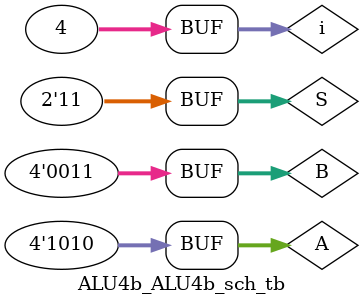
<source format=v>

`timescale 1ns / 1ps

module ALU4b_ALU4b_sch_tb();

// Inputs
   reg [1:0] S;
   reg [3:0] A;
   reg [3:0] B;

// Output
   wire [3:0] C;
   wire Co;

// Bidirs

// Instantiate the UUT
   ALU4b UUT (
		.S(S), 
		.A(A), 
		.B(B), 
		.C(C), 
		.Co(Co)
   );
// Initialize Inputs
integer i;
initial begin
		i=0;
		A=4'b1010;
		B=4'b0111;
		S=0;
		#50;
		B=4'b0011;

		for(i=0;i<4;i=i+1)begin
			S=i;
			#50;
		end
end
endmodule

</source>
